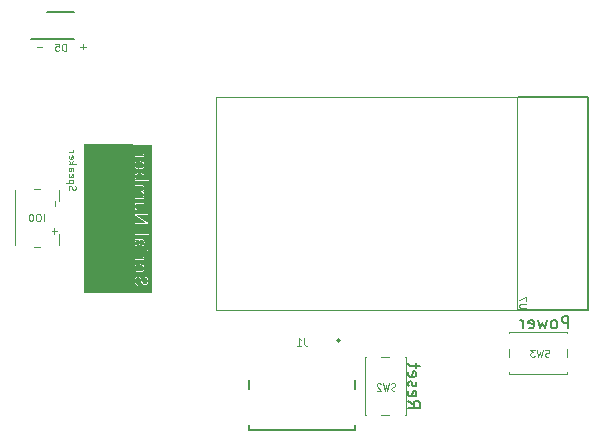
<source format=gbo>
%TF.GenerationSoftware,KiCad,Pcbnew,5.1.10*%
%TF.CreationDate,2021-05-20T00:00:10+01:00*%
%TF.ProjectId,watch2-without-led-tab,77617463-6832-42d7-9769-74686f75742d,rev?*%
%TF.SameCoordinates,Original*%
%TF.FileFunction,Legend,Bot*%
%TF.FilePolarity,Positive*%
%FSLAX46Y46*%
G04 Gerber Fmt 4.6, Leading zero omitted, Abs format (unit mm)*
G04 Created by KiCad (PCBNEW 5.1.10) date 2021-05-20 00:00:10*
%MOMM*%
%LPD*%
G01*
G04 APERTURE LIST*
%ADD10C,0.100000*%
%ADD11C,0.150000*%
%ADD12C,0.050000*%
%ADD13C,0.120000*%
%ADD14C,0.127000*%
%ADD15C,0.200000*%
G04 APERTURE END LIST*
D10*
G36*
X137896600Y-109093000D02*
G01*
X133858000Y-109093000D01*
X133858000Y-96596200D01*
X137896600Y-96596200D01*
X137896600Y-109093000D01*
G37*
X137896600Y-109093000D02*
X133858000Y-109093000D01*
X133858000Y-96596200D01*
X137896600Y-96596200D01*
X137896600Y-109093000D01*
X131360857Y-101828571D02*
X131360857Y-101371428D01*
X131089428Y-103928857D02*
X131546571Y-103928857D01*
X131318000Y-104157428D02*
X131318000Y-103700285D01*
D11*
X161269419Y-118306695D02*
X161745609Y-118640028D01*
X161269419Y-118878123D02*
X162269419Y-118878123D01*
X162269419Y-118497171D01*
X162221800Y-118401933D01*
X162174180Y-118354314D01*
X162078942Y-118306695D01*
X161936085Y-118306695D01*
X161840847Y-118354314D01*
X161793228Y-118401933D01*
X161745609Y-118497171D01*
X161745609Y-118878123D01*
X161317038Y-117497171D02*
X161269419Y-117592409D01*
X161269419Y-117782885D01*
X161317038Y-117878123D01*
X161412276Y-117925742D01*
X161793228Y-117925742D01*
X161888466Y-117878123D01*
X161936085Y-117782885D01*
X161936085Y-117592409D01*
X161888466Y-117497171D01*
X161793228Y-117449552D01*
X161697990Y-117449552D01*
X161602752Y-117925742D01*
X161317038Y-117068600D02*
X161269419Y-116973361D01*
X161269419Y-116782885D01*
X161317038Y-116687647D01*
X161412276Y-116640028D01*
X161459895Y-116640028D01*
X161555133Y-116687647D01*
X161602752Y-116782885D01*
X161602752Y-116925742D01*
X161650371Y-117020980D01*
X161745609Y-117068600D01*
X161793228Y-117068600D01*
X161888466Y-117020980D01*
X161936085Y-116925742D01*
X161936085Y-116782885D01*
X161888466Y-116687647D01*
X161317038Y-115830504D02*
X161269419Y-115925742D01*
X161269419Y-116116219D01*
X161317038Y-116211457D01*
X161412276Y-116259076D01*
X161793228Y-116259076D01*
X161888466Y-116211457D01*
X161936085Y-116116219D01*
X161936085Y-115925742D01*
X161888466Y-115830504D01*
X161793228Y-115782885D01*
X161697990Y-115782885D01*
X161602752Y-116259076D01*
X161936085Y-115497171D02*
X161936085Y-115116219D01*
X162269419Y-115354314D02*
X161412276Y-115354314D01*
X161317038Y-115306695D01*
X161269419Y-115211457D01*
X161269419Y-115116219D01*
X174823190Y-112148880D02*
X174823190Y-111148880D01*
X174442238Y-111148880D01*
X174347000Y-111196500D01*
X174299380Y-111244119D01*
X174251761Y-111339357D01*
X174251761Y-111482214D01*
X174299380Y-111577452D01*
X174347000Y-111625071D01*
X174442238Y-111672690D01*
X174823190Y-111672690D01*
X173680333Y-112148880D02*
X173775571Y-112101261D01*
X173823190Y-112053642D01*
X173870809Y-111958404D01*
X173870809Y-111672690D01*
X173823190Y-111577452D01*
X173775571Y-111529833D01*
X173680333Y-111482214D01*
X173537476Y-111482214D01*
X173442238Y-111529833D01*
X173394619Y-111577452D01*
X173347000Y-111672690D01*
X173347000Y-111958404D01*
X173394619Y-112053642D01*
X173442238Y-112101261D01*
X173537476Y-112148880D01*
X173680333Y-112148880D01*
X173013666Y-111482214D02*
X172823190Y-112148880D01*
X172632714Y-111672690D01*
X172442238Y-112148880D01*
X172251761Y-111482214D01*
X171489857Y-112101261D02*
X171585095Y-112148880D01*
X171775571Y-112148880D01*
X171870809Y-112101261D01*
X171918428Y-112006023D01*
X171918428Y-111625071D01*
X171870809Y-111529833D01*
X171775571Y-111482214D01*
X171585095Y-111482214D01*
X171489857Y-111529833D01*
X171442238Y-111625071D01*
X171442238Y-111720309D01*
X171918428Y-111815547D01*
X171013666Y-112148880D02*
X171013666Y-111482214D01*
X171013666Y-111672690D02*
X170966047Y-111577452D01*
X170918428Y-111529833D01*
X170823190Y-111482214D01*
X170727952Y-111482214D01*
D10*
X129819428Y-88349142D02*
X130276571Y-88349142D01*
X133959571Y-88307857D02*
X133502428Y-88307857D01*
X133731000Y-88536428D02*
X133731000Y-88079285D01*
D12*
%TO.C,*%
G36*
X139513700Y-108694100D02*
G01*
X139513700Y-109046400D01*
X139449200Y-109070000D01*
X137775800Y-109070000D01*
X137752700Y-109005100D01*
X137752700Y-96675000D01*
X137785000Y-96619200D01*
X139458300Y-96619200D01*
X139513700Y-96651900D01*
X139513700Y-108617200D01*
X139181500Y-108373700D01*
X139215000Y-108311300D01*
X139239600Y-108228000D01*
X139249400Y-108134800D01*
X139244900Y-108041200D01*
X139227000Y-107955900D01*
X139194500Y-107876600D01*
X139143500Y-107805300D01*
X139075800Y-107750600D01*
X138994600Y-107713000D01*
X138909700Y-107697000D01*
X138888600Y-107763100D01*
X138888600Y-107851100D01*
X138975000Y-107868000D01*
X139048400Y-107909800D01*
X139096900Y-107972200D01*
X139122000Y-108055700D01*
X139124700Y-108157200D01*
X139105200Y-108244400D01*
X139062000Y-108312500D01*
X138990600Y-108356200D01*
X138900000Y-108363700D01*
X138824400Y-108325400D01*
X138779600Y-108265200D01*
X138744300Y-108188000D01*
X138678700Y-107991000D01*
X138644800Y-107911900D01*
X138605600Y-107844000D01*
X138548100Y-107773800D01*
X138482900Y-107723000D01*
X138414200Y-107697400D01*
X138413100Y-107412500D01*
X138495700Y-107414500D01*
X138586600Y-107406600D01*
X138670500Y-107386100D01*
X138750300Y-107351500D01*
X138822000Y-107300300D01*
X138878100Y-107234800D01*
X138918400Y-107155600D01*
X138938800Y-107071300D01*
X138939000Y-106978300D01*
X138920100Y-106890100D01*
X138882300Y-106815000D01*
X138825700Y-106753100D01*
X138761100Y-106710500D01*
X138695600Y-106684800D01*
X138842100Y-106356000D01*
X138906200Y-106346300D01*
X138906200Y-106258200D01*
X138868100Y-106208200D01*
X138834500Y-106189000D01*
X138891400Y-106122500D01*
X138920000Y-106043000D01*
X138920600Y-105958900D01*
X139151100Y-105660500D01*
X139185100Y-105655900D01*
X139230400Y-105594000D01*
X139214400Y-105504400D01*
X139133900Y-105478200D01*
X139081500Y-105516800D01*
X138896700Y-105527600D01*
X138858900Y-105495000D01*
X138078700Y-105495000D01*
X138189300Y-105221900D01*
X138262000Y-105239100D01*
X138354100Y-105231600D01*
X138432600Y-105198700D01*
X138496200Y-105140300D01*
X138536400Y-105074400D01*
X138563200Y-104995900D01*
X138577600Y-104903600D01*
X138580400Y-104805100D01*
X138580400Y-104717000D01*
X138636300Y-104684900D01*
X138727900Y-104700600D01*
X138788000Y-104751400D01*
X138815900Y-104832000D01*
X138812700Y-104929900D01*
X138781600Y-105006400D01*
X138713300Y-105058500D01*
X138677200Y-105114900D01*
X138677200Y-105202900D01*
X138742900Y-105210800D01*
X138819300Y-105165400D01*
X138875000Y-105100800D01*
X138914800Y-105019500D01*
X138935900Y-104935300D01*
X138941100Y-104843400D01*
X138929100Y-104749800D01*
X138899100Y-104670900D01*
X138850500Y-104606100D01*
X138781900Y-104560100D01*
X138695800Y-104537700D01*
X138602800Y-104535200D01*
X138250500Y-104535200D01*
X138151600Y-104529000D01*
X138084400Y-104512000D01*
X138099200Y-104235800D01*
X139231700Y-104235800D01*
X139284800Y-104200900D01*
X139284800Y-104112800D01*
X139223400Y-104086200D01*
X138091000Y-104086200D01*
X138093600Y-103328900D01*
X139138000Y-103328900D01*
X139223200Y-103326000D01*
X139223200Y-103237900D01*
X139206000Y-103159200D01*
X138320200Y-102582600D01*
X138341600Y-102562800D01*
X139222300Y-102562800D01*
X139223200Y-102475600D01*
X139206400Y-102404300D01*
X138073900Y-102404300D01*
X138152700Y-102125800D01*
X138217800Y-102152100D01*
X138311800Y-102165800D01*
X138845200Y-102166600D01*
X138923800Y-102157100D01*
X138923800Y-102069000D01*
X138887800Y-102016900D01*
X138359400Y-102016900D01*
X138257900Y-102005000D01*
X138188200Y-101964500D01*
X138153300Y-101895400D01*
X138152100Y-101798200D01*
X138177600Y-101712300D01*
X138228700Y-101650300D01*
X138306000Y-101620700D01*
X138922500Y-101620700D01*
X138923800Y-101533900D01*
X138910200Y-101474300D01*
X138856200Y-101193000D01*
X138906200Y-101171400D01*
X138906200Y-101083300D01*
X138835600Y-101050700D01*
X138851800Y-101005100D01*
X138895500Y-100933100D01*
X138919100Y-100848700D01*
X138922600Y-100751500D01*
X138903900Y-100661300D01*
X138862300Y-100589800D01*
X138797800Y-100536800D01*
X138886500Y-100410000D01*
X138915300Y-100331100D01*
X138923700Y-100237900D01*
X138912200Y-100142100D01*
X138881000Y-100065500D01*
X138830200Y-100008000D01*
X138759600Y-99969500D01*
X138669500Y-99950200D01*
X138572700Y-99947600D01*
X138056800Y-99947600D01*
X138076600Y-99683500D01*
X139297100Y-99683500D01*
X139302400Y-99600800D01*
X139281300Y-99533800D01*
X138840900Y-99533800D01*
X138877400Y-99480700D01*
X138918400Y-99406700D01*
X138938900Y-99320800D01*
X138938600Y-99226400D01*
X138916500Y-99141800D01*
X138872400Y-99069700D01*
X138808300Y-99011600D01*
X138739700Y-98973000D01*
X138660000Y-98946000D01*
X138569500Y-98930400D01*
X138497200Y-99075900D01*
X138594500Y-99084300D01*
X138676400Y-99108100D01*
X138745500Y-99149300D01*
X138797900Y-99216000D01*
X138817900Y-99302200D01*
X138807100Y-99391300D01*
X138767700Y-99464300D01*
X138700000Y-99521400D01*
X138612500Y-99533800D01*
X138348300Y-99533800D01*
X138261300Y-99517900D01*
X138195600Y-99459700D01*
X138158300Y-99385600D01*
X138149500Y-99295200D01*
X138171200Y-99209600D01*
X138224400Y-99143900D01*
X138288300Y-99107200D01*
X138369600Y-99085200D01*
X138470400Y-99076200D01*
X138390500Y-98941700D01*
X138418200Y-98695600D01*
X138500700Y-98697100D01*
X138591200Y-98688500D01*
X138674800Y-98667400D01*
X138754500Y-98631800D01*
X138825400Y-98579900D01*
X138880600Y-98513600D01*
X138920000Y-98434000D01*
X138939300Y-98349400D01*
X138938500Y-98256000D01*
X138918600Y-98168500D01*
X138879800Y-98094100D01*
X138822600Y-98033300D01*
X138757300Y-97991300D01*
X138679500Y-97961700D01*
X138589300Y-97944700D01*
X138489300Y-97940000D01*
X138439500Y-97978300D01*
X138439500Y-98506700D01*
X138388100Y-98544500D01*
X138302800Y-98522500D01*
X138231300Y-98479300D01*
X138174000Y-98413100D01*
X138144300Y-98332800D01*
X138142900Y-98240600D01*
X138168500Y-98158900D01*
X138219000Y-98088500D01*
X138246600Y-98024800D01*
X138199100Y-97968300D01*
X138054300Y-97640600D01*
X138834400Y-97640600D01*
X138906200Y-97624300D01*
X138906200Y-97536300D01*
X138863400Y-97491000D01*
X138838200Y-97468500D01*
X138893600Y-97401300D01*
X138920800Y-97321200D01*
X138919900Y-97225100D01*
X138851100Y-97209200D01*
X138774100Y-97209200D01*
X138782400Y-97298400D01*
X138762200Y-97384400D01*
X138712900Y-97450900D01*
X138634800Y-97491000D01*
X138018300Y-97491000D01*
X138016800Y-97577500D01*
X138037200Y-97629000D01*
X138181200Y-97966400D01*
X138122100Y-98011900D01*
X138070400Y-98077200D01*
X138036000Y-98154700D01*
X138018900Y-98244200D01*
X138017000Y-98304300D01*
X138028000Y-98394500D01*
X138056700Y-98475600D01*
X138103100Y-98547600D01*
X138164100Y-98607600D01*
X138234100Y-98651400D01*
X138314600Y-98680600D01*
X138393400Y-98693300D01*
X138371800Y-98933100D01*
X138294000Y-98947000D01*
X138215000Y-98974600D01*
X138146800Y-99013700D01*
X138082500Y-99073400D01*
X138039300Y-99146300D01*
X138018700Y-99231200D01*
X138020400Y-99327200D01*
X138043000Y-99413200D01*
X138086300Y-99484400D01*
X138127800Y-99534800D01*
X138040100Y-99542100D01*
X138034400Y-99625000D01*
X138058400Y-99672300D01*
X138039100Y-99959000D01*
X138016800Y-100008300D01*
X138016800Y-100096300D01*
X138637300Y-100098500D01*
X138722600Y-100120900D01*
X138775900Y-100171700D01*
X138799100Y-100257000D01*
X138791900Y-100351500D01*
X138748600Y-100426600D01*
X138679600Y-100475500D01*
X138591100Y-100493600D01*
X138062700Y-100493600D01*
X138016800Y-100535800D01*
X138016800Y-100623800D01*
X138076700Y-100652100D01*
X138607000Y-100652200D01*
X138702000Y-100669000D01*
X138765200Y-100714800D01*
X138796700Y-100789600D01*
X138796700Y-100885100D01*
X138767300Y-100964900D01*
X138708800Y-101025300D01*
X138624500Y-101048300D01*
X138096100Y-101048300D01*
X138016800Y-101057100D01*
X138016800Y-101145200D01*
X138052100Y-101198000D01*
X138832200Y-101198000D01*
X138894900Y-101462200D01*
X138114800Y-101462200D01*
X138034400Y-101469900D01*
X138034400Y-101558000D01*
X138068600Y-101611900D01*
X138082700Y-101652800D01*
X138042200Y-101724400D01*
X138020700Y-101811900D01*
X138018300Y-101912300D01*
X138037900Y-102000800D01*
X138080300Y-102071300D01*
X138131400Y-102113200D01*
X138051500Y-102411900D01*
X138016800Y-102438500D01*
X138016800Y-102526600D01*
X138060200Y-102591300D01*
X138869800Y-103123300D01*
X138939000Y-103170400D01*
X138058300Y-103170400D01*
X138016800Y-103217000D01*
X138016800Y-103305100D01*
X138069400Y-103324600D01*
X138068200Y-104093400D01*
X138016800Y-104129600D01*
X138016800Y-104217700D01*
X138074600Y-104232700D01*
X138063000Y-104517400D01*
X138034400Y-104543300D01*
X138034400Y-104631400D01*
X138051300Y-104667100D01*
X138120900Y-104694800D01*
X138064900Y-104764700D01*
X138030300Y-104842700D01*
X138017000Y-104929000D01*
X138025000Y-105022200D01*
X138054200Y-105102800D01*
X138105700Y-105170600D01*
X138166800Y-105212000D01*
X138053700Y-105495800D01*
X138016800Y-105498000D01*
X138016800Y-105586100D01*
X138046300Y-105644700D01*
X138838900Y-105644700D01*
X138906200Y-105623800D01*
X138906200Y-105548300D01*
X139071600Y-105536700D01*
X139072800Y-105618900D01*
X139128300Y-105655300D01*
X138908700Y-105942700D01*
X138855700Y-105926500D01*
X138782600Y-106010500D01*
X138764000Y-106097600D01*
X138716200Y-106165200D01*
X138639500Y-106208200D01*
X138023000Y-106208200D01*
X138016800Y-106290100D01*
X138037100Y-106357900D01*
X138817200Y-106357900D01*
X138671700Y-106677900D01*
X138594400Y-106662600D01*
X138494000Y-106657300D01*
X138439500Y-106690900D01*
X138439500Y-107219300D01*
X138393000Y-107262400D01*
X138307000Y-107241500D01*
X138234700Y-107199400D01*
X138176400Y-107134300D01*
X138145200Y-107054700D01*
X138142300Y-106962700D01*
X138166500Y-106880100D01*
X138215900Y-106809200D01*
X138249600Y-106745700D01*
X138194500Y-106676900D01*
X138125300Y-106726100D01*
X138072700Y-106790800D01*
X138037400Y-106867500D01*
X138019400Y-106956400D01*
X138016900Y-107016500D01*
X138027000Y-107107200D01*
X138054800Y-107188800D01*
X138100200Y-107261300D01*
X138160700Y-107322200D01*
X138230100Y-107366700D01*
X138310100Y-107396700D01*
X138388300Y-107410100D01*
X138390000Y-107692500D01*
X138310300Y-107688900D01*
X138224900Y-107708900D01*
X138152200Y-107752400D01*
X138094300Y-107816500D01*
X138056100Y-107886700D01*
X138030800Y-107968500D01*
X138018300Y-108061800D01*
X138018700Y-108157800D01*
X138032500Y-108244800D01*
X138059900Y-108327000D01*
X138103600Y-108407300D01*
X138160100Y-108472600D01*
X138230100Y-108521800D01*
X138311300Y-108551400D01*
X138386700Y-108545700D01*
X138386700Y-108457600D01*
X138352300Y-108398800D01*
X138269100Y-108372700D01*
X138206800Y-108316600D01*
X138169400Y-108244900D01*
X138151000Y-108157000D01*
X138151500Y-108056000D01*
X138170400Y-107969500D01*
X138210000Y-107900200D01*
X138280300Y-107854200D01*
X138373500Y-107848500D01*
X138452400Y-107880900D01*
X138497900Y-107935800D01*
X138531100Y-108007500D01*
X138563100Y-108105700D01*
X138600500Y-108222400D01*
X138637500Y-108309100D01*
X138677600Y-108380300D01*
X138722400Y-108437600D01*
X138792000Y-108491800D01*
X138872900Y-108519800D01*
X138962600Y-108521800D01*
X139045100Y-108499000D01*
X139117200Y-108451700D01*
X139167400Y-108394200D01*
X139513700Y-108642200D01*
X139513700Y-108694100D01*
G37*
X139513700Y-108694100D02*
X139513700Y-109046400D01*
X139449200Y-109070000D01*
X137775800Y-109070000D01*
X137752700Y-109005100D01*
X137752700Y-96675000D01*
X137785000Y-96619200D01*
X139458300Y-96619200D01*
X139513700Y-96651900D01*
X139513700Y-108617200D01*
X139181500Y-108373700D01*
X139215000Y-108311300D01*
X139239600Y-108228000D01*
X139249400Y-108134800D01*
X139244900Y-108041200D01*
X139227000Y-107955900D01*
X139194500Y-107876600D01*
X139143500Y-107805300D01*
X139075800Y-107750600D01*
X138994600Y-107713000D01*
X138909700Y-107697000D01*
X138888600Y-107763100D01*
X138888600Y-107851100D01*
X138975000Y-107868000D01*
X139048400Y-107909800D01*
X139096900Y-107972200D01*
X139122000Y-108055700D01*
X139124700Y-108157200D01*
X139105200Y-108244400D01*
X139062000Y-108312500D01*
X138990600Y-108356200D01*
X138900000Y-108363700D01*
X138824400Y-108325400D01*
X138779600Y-108265200D01*
X138744300Y-108188000D01*
X138678700Y-107991000D01*
X138644800Y-107911900D01*
X138605600Y-107844000D01*
X138548100Y-107773800D01*
X138482900Y-107723000D01*
X138414200Y-107697400D01*
X138413100Y-107412500D01*
X138495700Y-107414500D01*
X138586600Y-107406600D01*
X138670500Y-107386100D01*
X138750300Y-107351500D01*
X138822000Y-107300300D01*
X138878100Y-107234800D01*
X138918400Y-107155600D01*
X138938800Y-107071300D01*
X138939000Y-106978300D01*
X138920100Y-106890100D01*
X138882300Y-106815000D01*
X138825700Y-106753100D01*
X138761100Y-106710500D01*
X138695600Y-106684800D01*
X138842100Y-106356000D01*
X138906200Y-106346300D01*
X138906200Y-106258200D01*
X138868100Y-106208200D01*
X138834500Y-106189000D01*
X138891400Y-106122500D01*
X138920000Y-106043000D01*
X138920600Y-105958900D01*
X139151100Y-105660500D01*
X139185100Y-105655900D01*
X139230400Y-105594000D01*
X139214400Y-105504400D01*
X139133900Y-105478200D01*
X139081500Y-105516800D01*
X138896700Y-105527600D01*
X138858900Y-105495000D01*
X138078700Y-105495000D01*
X138189300Y-105221900D01*
X138262000Y-105239100D01*
X138354100Y-105231600D01*
X138432600Y-105198700D01*
X138496200Y-105140300D01*
X138536400Y-105074400D01*
X138563200Y-104995900D01*
X138577600Y-104903600D01*
X138580400Y-104805100D01*
X138580400Y-104717000D01*
X138636300Y-104684900D01*
X138727900Y-104700600D01*
X138788000Y-104751400D01*
X138815900Y-104832000D01*
X138812700Y-104929900D01*
X138781600Y-105006400D01*
X138713300Y-105058500D01*
X138677200Y-105114900D01*
X138677200Y-105202900D01*
X138742900Y-105210800D01*
X138819300Y-105165400D01*
X138875000Y-105100800D01*
X138914800Y-105019500D01*
X138935900Y-104935300D01*
X138941100Y-104843400D01*
X138929100Y-104749800D01*
X138899100Y-104670900D01*
X138850500Y-104606100D01*
X138781900Y-104560100D01*
X138695800Y-104537700D01*
X138602800Y-104535200D01*
X138250500Y-104535200D01*
X138151600Y-104529000D01*
X138084400Y-104512000D01*
X138099200Y-104235800D01*
X139231700Y-104235800D01*
X139284800Y-104200900D01*
X139284800Y-104112800D01*
X139223400Y-104086200D01*
X138091000Y-104086200D01*
X138093600Y-103328900D01*
X139138000Y-103328900D01*
X139223200Y-103326000D01*
X139223200Y-103237900D01*
X139206000Y-103159200D01*
X138320200Y-102582600D01*
X138341600Y-102562800D01*
X139222300Y-102562800D01*
X139223200Y-102475600D01*
X139206400Y-102404300D01*
X138073900Y-102404300D01*
X138152700Y-102125800D01*
X138217800Y-102152100D01*
X138311800Y-102165800D01*
X138845200Y-102166600D01*
X138923800Y-102157100D01*
X138923800Y-102069000D01*
X138887800Y-102016900D01*
X138359400Y-102016900D01*
X138257900Y-102005000D01*
X138188200Y-101964500D01*
X138153300Y-101895400D01*
X138152100Y-101798200D01*
X138177600Y-101712300D01*
X138228700Y-101650300D01*
X138306000Y-101620700D01*
X138922500Y-101620700D01*
X138923800Y-101533900D01*
X138910200Y-101474300D01*
X138856200Y-101193000D01*
X138906200Y-101171400D01*
X138906200Y-101083300D01*
X138835600Y-101050700D01*
X138851800Y-101005100D01*
X138895500Y-100933100D01*
X138919100Y-100848700D01*
X138922600Y-100751500D01*
X138903900Y-100661300D01*
X138862300Y-100589800D01*
X138797800Y-100536800D01*
X138886500Y-100410000D01*
X138915300Y-100331100D01*
X138923700Y-100237900D01*
X138912200Y-100142100D01*
X138881000Y-100065500D01*
X138830200Y-100008000D01*
X138759600Y-99969500D01*
X138669500Y-99950200D01*
X138572700Y-99947600D01*
X138056800Y-99947600D01*
X138076600Y-99683500D01*
X139297100Y-99683500D01*
X139302400Y-99600800D01*
X139281300Y-99533800D01*
X138840900Y-99533800D01*
X138877400Y-99480700D01*
X138918400Y-99406700D01*
X138938900Y-99320800D01*
X138938600Y-99226400D01*
X138916500Y-99141800D01*
X138872400Y-99069700D01*
X138808300Y-99011600D01*
X138739700Y-98973000D01*
X138660000Y-98946000D01*
X138569500Y-98930400D01*
X138497200Y-99075900D01*
X138594500Y-99084300D01*
X138676400Y-99108100D01*
X138745500Y-99149300D01*
X138797900Y-99216000D01*
X138817900Y-99302200D01*
X138807100Y-99391300D01*
X138767700Y-99464300D01*
X138700000Y-99521400D01*
X138612500Y-99533800D01*
X138348300Y-99533800D01*
X138261300Y-99517900D01*
X138195600Y-99459700D01*
X138158300Y-99385600D01*
X138149500Y-99295200D01*
X138171200Y-99209600D01*
X138224400Y-99143900D01*
X138288300Y-99107200D01*
X138369600Y-99085200D01*
X138470400Y-99076200D01*
X138390500Y-98941700D01*
X138418200Y-98695600D01*
X138500700Y-98697100D01*
X138591200Y-98688500D01*
X138674800Y-98667400D01*
X138754500Y-98631800D01*
X138825400Y-98579900D01*
X138880600Y-98513600D01*
X138920000Y-98434000D01*
X138939300Y-98349400D01*
X138938500Y-98256000D01*
X138918600Y-98168500D01*
X138879800Y-98094100D01*
X138822600Y-98033300D01*
X138757300Y-97991300D01*
X138679500Y-97961700D01*
X138589300Y-97944700D01*
X138489300Y-97940000D01*
X138439500Y-97978300D01*
X138439500Y-98506700D01*
X138388100Y-98544500D01*
X138302800Y-98522500D01*
X138231300Y-98479300D01*
X138174000Y-98413100D01*
X138144300Y-98332800D01*
X138142900Y-98240600D01*
X138168500Y-98158900D01*
X138219000Y-98088500D01*
X138246600Y-98024800D01*
X138199100Y-97968300D01*
X138054300Y-97640600D01*
X138834400Y-97640600D01*
X138906200Y-97624300D01*
X138906200Y-97536300D01*
X138863400Y-97491000D01*
X138838200Y-97468500D01*
X138893600Y-97401300D01*
X138920800Y-97321200D01*
X138919900Y-97225100D01*
X138851100Y-97209200D01*
X138774100Y-97209200D01*
X138782400Y-97298400D01*
X138762200Y-97384400D01*
X138712900Y-97450900D01*
X138634800Y-97491000D01*
X138018300Y-97491000D01*
X138016800Y-97577500D01*
X138037200Y-97629000D01*
X138181200Y-97966400D01*
X138122100Y-98011900D01*
X138070400Y-98077200D01*
X138036000Y-98154700D01*
X138018900Y-98244200D01*
X138017000Y-98304300D01*
X138028000Y-98394500D01*
X138056700Y-98475600D01*
X138103100Y-98547600D01*
X138164100Y-98607600D01*
X138234100Y-98651400D01*
X138314600Y-98680600D01*
X138393400Y-98693300D01*
X138371800Y-98933100D01*
X138294000Y-98947000D01*
X138215000Y-98974600D01*
X138146800Y-99013700D01*
X138082500Y-99073400D01*
X138039300Y-99146300D01*
X138018700Y-99231200D01*
X138020400Y-99327200D01*
X138043000Y-99413200D01*
X138086300Y-99484400D01*
X138127800Y-99534800D01*
X138040100Y-99542100D01*
X138034400Y-99625000D01*
X138058400Y-99672300D01*
X138039100Y-99959000D01*
X138016800Y-100008300D01*
X138016800Y-100096300D01*
X138637300Y-100098500D01*
X138722600Y-100120900D01*
X138775900Y-100171700D01*
X138799100Y-100257000D01*
X138791900Y-100351500D01*
X138748600Y-100426600D01*
X138679600Y-100475500D01*
X138591100Y-100493600D01*
X138062700Y-100493600D01*
X138016800Y-100535800D01*
X138016800Y-100623800D01*
X138076700Y-100652100D01*
X138607000Y-100652200D01*
X138702000Y-100669000D01*
X138765200Y-100714800D01*
X138796700Y-100789600D01*
X138796700Y-100885100D01*
X138767300Y-100964900D01*
X138708800Y-101025300D01*
X138624500Y-101048300D01*
X138096100Y-101048300D01*
X138016800Y-101057100D01*
X138016800Y-101145200D01*
X138052100Y-101198000D01*
X138832200Y-101198000D01*
X138894900Y-101462200D01*
X138114800Y-101462200D01*
X138034400Y-101469900D01*
X138034400Y-101558000D01*
X138068600Y-101611900D01*
X138082700Y-101652800D01*
X138042200Y-101724400D01*
X138020700Y-101811900D01*
X138018300Y-101912300D01*
X138037900Y-102000800D01*
X138080300Y-102071300D01*
X138131400Y-102113200D01*
X138051500Y-102411900D01*
X138016800Y-102438500D01*
X138016800Y-102526600D01*
X138060200Y-102591300D01*
X138869800Y-103123300D01*
X138939000Y-103170400D01*
X138058300Y-103170400D01*
X138016800Y-103217000D01*
X138016800Y-103305100D01*
X138069400Y-103324600D01*
X138068200Y-104093400D01*
X138016800Y-104129600D01*
X138016800Y-104217700D01*
X138074600Y-104232700D01*
X138063000Y-104517400D01*
X138034400Y-104543300D01*
X138034400Y-104631400D01*
X138051300Y-104667100D01*
X138120900Y-104694800D01*
X138064900Y-104764700D01*
X138030300Y-104842700D01*
X138017000Y-104929000D01*
X138025000Y-105022200D01*
X138054200Y-105102800D01*
X138105700Y-105170600D01*
X138166800Y-105212000D01*
X138053700Y-105495800D01*
X138016800Y-105498000D01*
X138016800Y-105586100D01*
X138046300Y-105644700D01*
X138838900Y-105644700D01*
X138906200Y-105623800D01*
X138906200Y-105548300D01*
X139071600Y-105536700D01*
X139072800Y-105618900D01*
X139128300Y-105655300D01*
X138908700Y-105942700D01*
X138855700Y-105926500D01*
X138782600Y-106010500D01*
X138764000Y-106097600D01*
X138716200Y-106165200D01*
X138639500Y-106208200D01*
X138023000Y-106208200D01*
X138016800Y-106290100D01*
X138037100Y-106357900D01*
X138817200Y-106357900D01*
X138671700Y-106677900D01*
X138594400Y-106662600D01*
X138494000Y-106657300D01*
X138439500Y-106690900D01*
X138439500Y-107219300D01*
X138393000Y-107262400D01*
X138307000Y-107241500D01*
X138234700Y-107199400D01*
X138176400Y-107134300D01*
X138145200Y-107054700D01*
X138142300Y-106962700D01*
X138166500Y-106880100D01*
X138215900Y-106809200D01*
X138249600Y-106745700D01*
X138194500Y-106676900D01*
X138125300Y-106726100D01*
X138072700Y-106790800D01*
X138037400Y-106867500D01*
X138019400Y-106956400D01*
X138016900Y-107016500D01*
X138027000Y-107107200D01*
X138054800Y-107188800D01*
X138100200Y-107261300D01*
X138160700Y-107322200D01*
X138230100Y-107366700D01*
X138310100Y-107396700D01*
X138388300Y-107410100D01*
X138390000Y-107692500D01*
X138310300Y-107688900D01*
X138224900Y-107708900D01*
X138152200Y-107752400D01*
X138094300Y-107816500D01*
X138056100Y-107886700D01*
X138030800Y-107968500D01*
X138018300Y-108061800D01*
X138018700Y-108157800D01*
X138032500Y-108244800D01*
X138059900Y-108327000D01*
X138103600Y-108407300D01*
X138160100Y-108472600D01*
X138230100Y-108521800D01*
X138311300Y-108551400D01*
X138386700Y-108545700D01*
X138386700Y-108457600D01*
X138352300Y-108398800D01*
X138269100Y-108372700D01*
X138206800Y-108316600D01*
X138169400Y-108244900D01*
X138151000Y-108157000D01*
X138151500Y-108056000D01*
X138170400Y-107969500D01*
X138210000Y-107900200D01*
X138280300Y-107854200D01*
X138373500Y-107848500D01*
X138452400Y-107880900D01*
X138497900Y-107935800D01*
X138531100Y-108007500D01*
X138563100Y-108105700D01*
X138600500Y-108222400D01*
X138637500Y-108309100D01*
X138677600Y-108380300D01*
X138722400Y-108437600D01*
X138792000Y-108491800D01*
X138872900Y-108519800D01*
X138962600Y-108521800D01*
X139045100Y-108499000D01*
X139117200Y-108451700D01*
X139167400Y-108394200D01*
X139513700Y-108642200D01*
X139513700Y-108694100D01*
G36*
X138814500Y-107067200D02*
G01*
X138781400Y-107146200D01*
X138721400Y-107206700D01*
X138644900Y-107242100D01*
X138562800Y-107243700D01*
X138562800Y-106891400D01*
X138576100Y-106815800D01*
X138672500Y-106828100D01*
X138744500Y-106862900D01*
X138796500Y-106926300D01*
X138817700Y-107012300D01*
X138814500Y-107067200D01*
G37*
X138814500Y-107067200D02*
X138781400Y-107146200D01*
X138721400Y-107206700D01*
X138644900Y-107242100D01*
X138562800Y-107243700D01*
X138562800Y-106891400D01*
X138576100Y-106815800D01*
X138672500Y-106828100D01*
X138744500Y-106862900D01*
X138796500Y-106926300D01*
X138817700Y-107012300D01*
X138814500Y-107067200D01*
G36*
X138156000Y-104855000D02*
G01*
X138191600Y-104772300D01*
X138250800Y-104704100D01*
X138329700Y-104684900D01*
X138417800Y-104684900D01*
X138465900Y-104724900D01*
X138465900Y-104815500D01*
X138455100Y-104932300D01*
X138424700Y-105015500D01*
X138374900Y-105065100D01*
X138305000Y-105081100D01*
X138217000Y-105060200D01*
X138165200Y-105001100D01*
X138156000Y-104855000D01*
G37*
X138156000Y-104855000D02*
X138191600Y-104772300D01*
X138250800Y-104704100D01*
X138329700Y-104684900D01*
X138417800Y-104684900D01*
X138465900Y-104724900D01*
X138465900Y-104815500D01*
X138455100Y-104932300D01*
X138424700Y-105015500D01*
X138374900Y-105065100D01*
X138305000Y-105081100D01*
X138217000Y-105060200D01*
X138165200Y-105001100D01*
X138156000Y-104855000D01*
G36*
X138813600Y-98354500D02*
G01*
X138778700Y-98432800D01*
X138717800Y-98491800D01*
X138640300Y-98526100D01*
X138562800Y-98521800D01*
X138562800Y-98169500D01*
X138581800Y-98098600D01*
X138676900Y-98112100D01*
X138747700Y-98148100D01*
X138798400Y-98213000D01*
X138818000Y-98300200D01*
X138813600Y-98354500D01*
G37*
X138813600Y-98354500D02*
X138778700Y-98432800D01*
X138717800Y-98491800D01*
X138640300Y-98526100D01*
X138562800Y-98521800D01*
X138562800Y-98169500D01*
X138581800Y-98098600D01*
X138676900Y-98112100D01*
X138747700Y-98148100D01*
X138798400Y-98213000D01*
X138818000Y-98300200D01*
X138813600Y-98354500D01*
D13*
%TO.C,SW3*%
X174725500Y-115986500D02*
X169825500Y-115986500D01*
X169825500Y-112486500D02*
X174725500Y-112486500D01*
X169825500Y-113886500D02*
X169825500Y-114586500D01*
X174725500Y-113886500D02*
X174725500Y-114586500D01*
X174725500Y-112486500D02*
X174725500Y-112586500D01*
X174725500Y-115886500D02*
X174725500Y-115986500D01*
X169825500Y-115986500D02*
X169825500Y-115886500D01*
X169825500Y-112486500D02*
X169825500Y-112586500D01*
%TO.C,SW2*%
X161071500Y-114580500D02*
X160971500Y-114580500D01*
X157571500Y-114580500D02*
X157671500Y-114580500D01*
X157671500Y-119480500D02*
X157571500Y-119480500D01*
X161071500Y-119480500D02*
X160971500Y-119480500D01*
X159671500Y-119480500D02*
X158971500Y-119480500D01*
X159671500Y-114580500D02*
X158971500Y-114580500D01*
X161071500Y-114580500D02*
X161071500Y-119480500D01*
X157571500Y-119480500D02*
X157571500Y-114580500D01*
D14*
%TO.C,J1*%
X147803000Y-116502000D02*
X147803000Y-117267000D01*
X147803000Y-120327000D02*
X147803000Y-120747000D01*
X147803000Y-120747000D02*
X156743000Y-120747000D01*
X156743000Y-120747000D02*
X156743000Y-120327000D01*
X156743000Y-116502000D02*
X156743000Y-117267000D01*
D15*
X155473000Y-113197000D02*
G75*
G03*
X155473000Y-113197000I-100000J0D01*
G01*
D12*
%TO.C,U7*%
X144976000Y-92600000D02*
X144976000Y-110600000D01*
X170506000Y-92600000D02*
X144976000Y-92600000D01*
X170506000Y-110600000D02*
X170506000Y-92600000D01*
X144976000Y-110600000D02*
X170506000Y-110600000D01*
D11*
X170561000Y-110617000D02*
X176530000Y-110617000D01*
X170561000Y-92583000D02*
X176530000Y-92583000D01*
X176530000Y-92583000D02*
X176530000Y-110617000D01*
D13*
%TO.C,IO0*%
X131683000Y-100435000D02*
X131683000Y-101360000D01*
X127983000Y-100435000D02*
X127983000Y-105135000D01*
X129558000Y-105235000D02*
X130108000Y-105235000D01*
X129558000Y-100335000D02*
X130108000Y-100335000D01*
X131683000Y-104210000D02*
X131683000Y-105135000D01*
D15*
%TO.C,D5*%
X130698000Y-85337000D02*
X132998000Y-85337000D01*
X129348000Y-87637000D02*
X132998000Y-87637000D01*
%TO.C,*%
D11*
%TO.C,Speaker*%
D10*
X132535642Y-100463142D02*
X132507071Y-100377428D01*
X132507071Y-100234571D01*
X132535642Y-100177428D01*
X132564214Y-100148857D01*
X132621357Y-100120285D01*
X132678500Y-100120285D01*
X132735642Y-100148857D01*
X132764214Y-100177428D01*
X132792785Y-100234571D01*
X132821357Y-100348857D01*
X132849928Y-100406000D01*
X132878500Y-100434571D01*
X132935642Y-100463142D01*
X132992785Y-100463142D01*
X133049928Y-100434571D01*
X133078500Y-100406000D01*
X133107071Y-100348857D01*
X133107071Y-100206000D01*
X133078500Y-100120285D01*
X132907071Y-99863142D02*
X132307071Y-99863142D01*
X132878500Y-99863142D02*
X132907071Y-99806000D01*
X132907071Y-99691714D01*
X132878500Y-99634571D01*
X132849928Y-99606000D01*
X132792785Y-99577428D01*
X132621357Y-99577428D01*
X132564214Y-99606000D01*
X132535642Y-99634571D01*
X132507071Y-99691714D01*
X132507071Y-99806000D01*
X132535642Y-99863142D01*
X132535642Y-99091714D02*
X132507071Y-99148857D01*
X132507071Y-99263142D01*
X132535642Y-99320285D01*
X132592785Y-99348857D01*
X132821357Y-99348857D01*
X132878500Y-99320285D01*
X132907071Y-99263142D01*
X132907071Y-99148857D01*
X132878500Y-99091714D01*
X132821357Y-99063142D01*
X132764214Y-99063142D01*
X132707071Y-99348857D01*
X132507071Y-98548857D02*
X132821357Y-98548857D01*
X132878500Y-98577428D01*
X132907071Y-98634571D01*
X132907071Y-98748857D01*
X132878500Y-98806000D01*
X132535642Y-98548857D02*
X132507071Y-98606000D01*
X132507071Y-98748857D01*
X132535642Y-98806000D01*
X132592785Y-98834571D01*
X132649928Y-98834571D01*
X132707071Y-98806000D01*
X132735642Y-98748857D01*
X132735642Y-98606000D01*
X132764214Y-98548857D01*
X132507071Y-98263142D02*
X133107071Y-98263142D01*
X132735642Y-98206000D02*
X132507071Y-98034571D01*
X132907071Y-98034571D02*
X132678500Y-98263142D01*
X132535642Y-97548857D02*
X132507071Y-97606000D01*
X132507071Y-97720285D01*
X132535642Y-97777428D01*
X132592785Y-97806000D01*
X132821357Y-97806000D01*
X132878500Y-97777428D01*
X132907071Y-97720285D01*
X132907071Y-97606000D01*
X132878500Y-97548857D01*
X132821357Y-97520285D01*
X132764214Y-97520285D01*
X132707071Y-97806000D01*
X132507071Y-97263142D02*
X132907071Y-97263142D01*
X132792785Y-97263142D02*
X132849928Y-97234571D01*
X132878500Y-97206000D01*
X132907071Y-97148857D01*
X132907071Y-97091714D01*
%TO.C,SW3*%
X173202500Y-114542857D02*
X173116785Y-114571428D01*
X172973928Y-114571428D01*
X172916785Y-114542857D01*
X172888214Y-114514285D01*
X172859642Y-114457142D01*
X172859642Y-114400000D01*
X172888214Y-114342857D01*
X172916785Y-114314285D01*
X172973928Y-114285714D01*
X173088214Y-114257142D01*
X173145357Y-114228571D01*
X173173928Y-114200000D01*
X173202500Y-114142857D01*
X173202500Y-114085714D01*
X173173928Y-114028571D01*
X173145357Y-114000000D01*
X173088214Y-113971428D01*
X172945357Y-113971428D01*
X172859642Y-114000000D01*
X172659642Y-113971428D02*
X172516785Y-114571428D01*
X172402500Y-114142857D01*
X172288214Y-114571428D01*
X172145357Y-113971428D01*
X171973928Y-113971428D02*
X171602500Y-113971428D01*
X171802500Y-114200000D01*
X171716785Y-114200000D01*
X171659642Y-114228571D01*
X171631071Y-114257142D01*
X171602500Y-114314285D01*
X171602500Y-114457142D01*
X171631071Y-114514285D01*
X171659642Y-114542857D01*
X171716785Y-114571428D01*
X171888214Y-114571428D01*
X171945357Y-114542857D01*
X171973928Y-114514285D01*
%TO.C,SW2*%
X160185000Y-117400357D02*
X160099285Y-117428928D01*
X159956428Y-117428928D01*
X159899285Y-117400357D01*
X159870714Y-117371785D01*
X159842142Y-117314642D01*
X159842142Y-117257500D01*
X159870714Y-117200357D01*
X159899285Y-117171785D01*
X159956428Y-117143214D01*
X160070714Y-117114642D01*
X160127857Y-117086071D01*
X160156428Y-117057500D01*
X160185000Y-117000357D01*
X160185000Y-116943214D01*
X160156428Y-116886071D01*
X160127857Y-116857500D01*
X160070714Y-116828928D01*
X159927857Y-116828928D01*
X159842142Y-116857500D01*
X159642142Y-116828928D02*
X159499285Y-117428928D01*
X159385000Y-117000357D01*
X159270714Y-117428928D01*
X159127857Y-116828928D01*
X158927857Y-116886071D02*
X158899285Y-116857500D01*
X158842142Y-116828928D01*
X158699285Y-116828928D01*
X158642142Y-116857500D01*
X158613571Y-116886071D01*
X158585000Y-116943214D01*
X158585000Y-117000357D01*
X158613571Y-117086071D01*
X158956428Y-117428928D01*
X158585000Y-117428928D01*
%TO.C,J1*%
X152473000Y-113018928D02*
X152473000Y-113447500D01*
X152501571Y-113533214D01*
X152558714Y-113590357D01*
X152644428Y-113618928D01*
X152701571Y-113618928D01*
X151873000Y-113618928D02*
X152215857Y-113618928D01*
X152044428Y-113618928D02*
X152044428Y-113018928D01*
X152101571Y-113104642D01*
X152158714Y-113161785D01*
X152215857Y-113190357D01*
%TO.C,U7*%
X171270571Y-110439142D02*
X170784857Y-110439142D01*
X170727714Y-110410571D01*
X170699142Y-110382000D01*
X170670571Y-110324857D01*
X170670571Y-110210571D01*
X170699142Y-110153428D01*
X170727714Y-110124857D01*
X170784857Y-110096285D01*
X171270571Y-110096285D01*
X171270571Y-109867714D02*
X171270571Y-109467714D01*
X170670571Y-109724857D01*
%TO.C,IO0*%
X130394000Y-103077928D02*
X130394000Y-102477928D01*
X129994000Y-102477928D02*
X129879714Y-102477928D01*
X129822571Y-102506500D01*
X129765428Y-102563642D01*
X129736857Y-102677928D01*
X129736857Y-102877928D01*
X129765428Y-102992214D01*
X129822571Y-103049357D01*
X129879714Y-103077928D01*
X129994000Y-103077928D01*
X130051142Y-103049357D01*
X130108285Y-102992214D01*
X130136857Y-102877928D01*
X130136857Y-102677928D01*
X130108285Y-102563642D01*
X130051142Y-102506500D01*
X129994000Y-102477928D01*
X129365428Y-102477928D02*
X129308285Y-102477928D01*
X129251142Y-102506500D01*
X129222571Y-102535071D01*
X129194000Y-102592214D01*
X129165428Y-102706500D01*
X129165428Y-102849357D01*
X129194000Y-102963642D01*
X129222571Y-103020785D01*
X129251142Y-103049357D01*
X129308285Y-103077928D01*
X129365428Y-103077928D01*
X129422571Y-103049357D01*
X129451142Y-103020785D01*
X129479714Y-102963642D01*
X129508285Y-102849357D01*
X129508285Y-102706500D01*
X129479714Y-102592214D01*
X129451142Y-102535071D01*
X129422571Y-102506500D01*
X129365428Y-102477928D01*
%TO.C,D5*%
X132268857Y-88663428D02*
X132268857Y-88063428D01*
X132126000Y-88063428D01*
X132040285Y-88092000D01*
X131983142Y-88149142D01*
X131954571Y-88206285D01*
X131926000Y-88320571D01*
X131926000Y-88406285D01*
X131954571Y-88520571D01*
X131983142Y-88577714D01*
X132040285Y-88634857D01*
X132126000Y-88663428D01*
X132268857Y-88663428D01*
X131383142Y-88063428D02*
X131668857Y-88063428D01*
X131697428Y-88349142D01*
X131668857Y-88320571D01*
X131611714Y-88292000D01*
X131468857Y-88292000D01*
X131411714Y-88320571D01*
X131383142Y-88349142D01*
X131354571Y-88406285D01*
X131354571Y-88549142D01*
X131383142Y-88606285D01*
X131411714Y-88634857D01*
X131468857Y-88663428D01*
X131611714Y-88663428D01*
X131668857Y-88634857D01*
X131697428Y-88606285D01*
%TD*%
M02*

</source>
